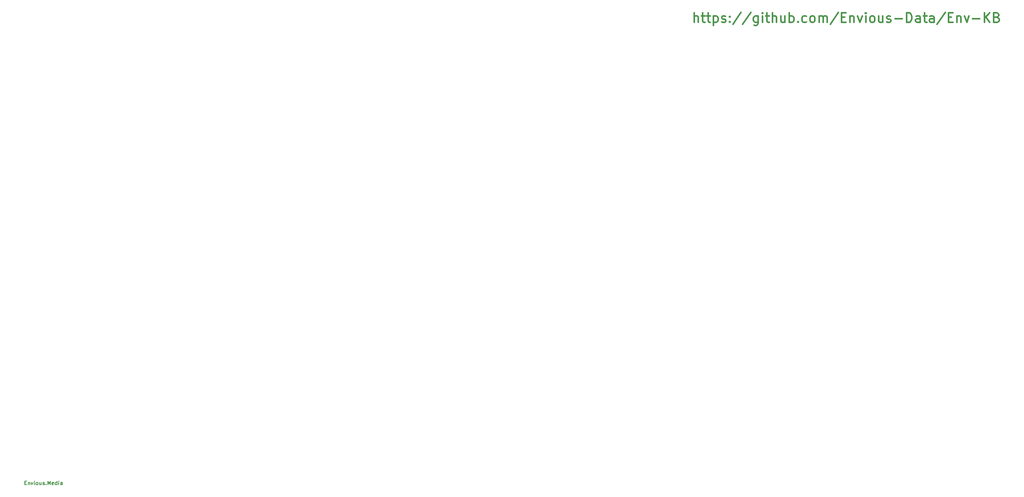
<source format=gtl>
G04 #@! TF.GenerationSoftware,KiCad,Pcbnew,(5.1.9)-1*
G04 #@! TF.CreationDate,2021-05-22T18:04:56+01:00*
G04 #@! TF.ProjectId,ENV_KB-Top,454e565f-4b42-42d5-946f-702e6b696361,Rev.1*
G04 #@! TF.SameCoordinates,Original*
G04 #@! TF.FileFunction,Copper,L1,Top*
G04 #@! TF.FilePolarity,Positive*
%FSLAX46Y46*%
G04 Gerber Fmt 4.6, Leading zero omitted, Abs format (unit mm)*
G04 Created by KiCad (PCBNEW (5.1.9)-1) date 2021-05-22 18:04:56*
%MOMM*%
%LPD*%
G01*
G04 APERTURE LIST*
G04 #@! TA.AperFunction,NonConductor*
%ADD10C,0.155000*%
G04 #@! TD*
G04 #@! TA.AperFunction,NonConductor*
%ADD11C,0.300000*%
G04 #@! TD*
G04 APERTURE END LIST*
D10*
X164284047Y-214806857D02*
X164550714Y-214806857D01*
X164665000Y-215225904D02*
X164284047Y-215225904D01*
X164284047Y-214425904D01*
X164665000Y-214425904D01*
X165007857Y-214692571D02*
X165007857Y-215225904D01*
X165007857Y-214768761D02*
X165045952Y-214730666D01*
X165122142Y-214692571D01*
X165236428Y-214692571D01*
X165312619Y-214730666D01*
X165350714Y-214806857D01*
X165350714Y-215225904D01*
X165655476Y-214692571D02*
X165845952Y-215225904D01*
X166036428Y-214692571D01*
X166341190Y-215225904D02*
X166341190Y-214692571D01*
X166341190Y-214425904D02*
X166303095Y-214464000D01*
X166341190Y-214502095D01*
X166379285Y-214464000D01*
X166341190Y-214425904D01*
X166341190Y-214502095D01*
X166836428Y-215225904D02*
X166760238Y-215187809D01*
X166722142Y-215149714D01*
X166684047Y-215073523D01*
X166684047Y-214844952D01*
X166722142Y-214768761D01*
X166760238Y-214730666D01*
X166836428Y-214692571D01*
X166950714Y-214692571D01*
X167026904Y-214730666D01*
X167065000Y-214768761D01*
X167103095Y-214844952D01*
X167103095Y-215073523D01*
X167065000Y-215149714D01*
X167026904Y-215187809D01*
X166950714Y-215225904D01*
X166836428Y-215225904D01*
X167788809Y-214692571D02*
X167788809Y-215225904D01*
X167445952Y-214692571D02*
X167445952Y-215111619D01*
X167484047Y-215187809D01*
X167560238Y-215225904D01*
X167674523Y-215225904D01*
X167750714Y-215187809D01*
X167788809Y-215149714D01*
X168131666Y-215187809D02*
X168207857Y-215225904D01*
X168360238Y-215225904D01*
X168436428Y-215187809D01*
X168474523Y-215111619D01*
X168474523Y-215073523D01*
X168436428Y-214997333D01*
X168360238Y-214959238D01*
X168245952Y-214959238D01*
X168169761Y-214921142D01*
X168131666Y-214844952D01*
X168131666Y-214806857D01*
X168169761Y-214730666D01*
X168245952Y-214692571D01*
X168360238Y-214692571D01*
X168436428Y-214730666D01*
X168817380Y-215149714D02*
X168855476Y-215187809D01*
X168817380Y-215225904D01*
X168779285Y-215187809D01*
X168817380Y-215149714D01*
X168817380Y-215225904D01*
X169198333Y-215225904D02*
X169198333Y-214425904D01*
X169465000Y-214997333D01*
X169731666Y-214425904D01*
X169731666Y-215225904D01*
X170417380Y-215187809D02*
X170341190Y-215225904D01*
X170188809Y-215225904D01*
X170112619Y-215187809D01*
X170074523Y-215111619D01*
X170074523Y-214806857D01*
X170112619Y-214730666D01*
X170188809Y-214692571D01*
X170341190Y-214692571D01*
X170417380Y-214730666D01*
X170455476Y-214806857D01*
X170455476Y-214883047D01*
X170074523Y-214959238D01*
X171141190Y-215225904D02*
X171141190Y-214425904D01*
X171141190Y-215187809D02*
X171065000Y-215225904D01*
X170912619Y-215225904D01*
X170836428Y-215187809D01*
X170798333Y-215149714D01*
X170760238Y-215073523D01*
X170760238Y-214844952D01*
X170798333Y-214768761D01*
X170836428Y-214730666D01*
X170912619Y-214692571D01*
X171065000Y-214692571D01*
X171141190Y-214730666D01*
X171522142Y-215225904D02*
X171522142Y-214692571D01*
X171522142Y-214425904D02*
X171484047Y-214464000D01*
X171522142Y-214502095D01*
X171560238Y-214464000D01*
X171522142Y-214425904D01*
X171522142Y-214502095D01*
X172245952Y-215225904D02*
X172245952Y-214806857D01*
X172207857Y-214730666D01*
X172131666Y-214692571D01*
X171979285Y-214692571D01*
X171903095Y-214730666D01*
X172245952Y-215187809D02*
X172169761Y-215225904D01*
X171979285Y-215225904D01*
X171903095Y-215187809D01*
X171865000Y-215111619D01*
X171865000Y-215035428D01*
X171903095Y-214959238D01*
X171979285Y-214921142D01*
X172169761Y-214921142D01*
X172245952Y-214883047D01*
D11*
X306260952Y-116964761D02*
X306260952Y-114964761D01*
X307118095Y-116964761D02*
X307118095Y-115917142D01*
X307022857Y-115726666D01*
X306832380Y-115631428D01*
X306546666Y-115631428D01*
X306356190Y-115726666D01*
X306260952Y-115821904D01*
X307784761Y-115631428D02*
X308546666Y-115631428D01*
X308070476Y-114964761D02*
X308070476Y-116679047D01*
X308165714Y-116869523D01*
X308356190Y-116964761D01*
X308546666Y-116964761D01*
X308927619Y-115631428D02*
X309689523Y-115631428D01*
X309213333Y-114964761D02*
X309213333Y-116679047D01*
X309308571Y-116869523D01*
X309499047Y-116964761D01*
X309689523Y-116964761D01*
X310356190Y-115631428D02*
X310356190Y-117631428D01*
X310356190Y-115726666D02*
X310546666Y-115631428D01*
X310927619Y-115631428D01*
X311118095Y-115726666D01*
X311213333Y-115821904D01*
X311308571Y-116012380D01*
X311308571Y-116583809D01*
X311213333Y-116774285D01*
X311118095Y-116869523D01*
X310927619Y-116964761D01*
X310546666Y-116964761D01*
X310356190Y-116869523D01*
X312070476Y-116869523D02*
X312260952Y-116964761D01*
X312641904Y-116964761D01*
X312832380Y-116869523D01*
X312927619Y-116679047D01*
X312927619Y-116583809D01*
X312832380Y-116393333D01*
X312641904Y-116298095D01*
X312356190Y-116298095D01*
X312165714Y-116202857D01*
X312070476Y-116012380D01*
X312070476Y-115917142D01*
X312165714Y-115726666D01*
X312356190Y-115631428D01*
X312641904Y-115631428D01*
X312832380Y-115726666D01*
X313784761Y-116774285D02*
X313880000Y-116869523D01*
X313784761Y-116964761D01*
X313689523Y-116869523D01*
X313784761Y-116774285D01*
X313784761Y-116964761D01*
X313784761Y-115726666D02*
X313880000Y-115821904D01*
X313784761Y-115917142D01*
X313689523Y-115821904D01*
X313784761Y-115726666D01*
X313784761Y-115917142D01*
X316165714Y-114869523D02*
X314451428Y-117440952D01*
X318260952Y-114869523D02*
X316546666Y-117440952D01*
X319784761Y-115631428D02*
X319784761Y-117250476D01*
X319689523Y-117440952D01*
X319594285Y-117536190D01*
X319403809Y-117631428D01*
X319118095Y-117631428D01*
X318927619Y-117536190D01*
X319784761Y-116869523D02*
X319594285Y-116964761D01*
X319213333Y-116964761D01*
X319022857Y-116869523D01*
X318927619Y-116774285D01*
X318832380Y-116583809D01*
X318832380Y-116012380D01*
X318927619Y-115821904D01*
X319022857Y-115726666D01*
X319213333Y-115631428D01*
X319594285Y-115631428D01*
X319784761Y-115726666D01*
X320737142Y-116964761D02*
X320737142Y-115631428D01*
X320737142Y-114964761D02*
X320641904Y-115060000D01*
X320737142Y-115155238D01*
X320832380Y-115060000D01*
X320737142Y-114964761D01*
X320737142Y-115155238D01*
X321403809Y-115631428D02*
X322165714Y-115631428D01*
X321689523Y-114964761D02*
X321689523Y-116679047D01*
X321784761Y-116869523D01*
X321975238Y-116964761D01*
X322165714Y-116964761D01*
X322832380Y-116964761D02*
X322832380Y-114964761D01*
X323689523Y-116964761D02*
X323689523Y-115917142D01*
X323594285Y-115726666D01*
X323403809Y-115631428D01*
X323118095Y-115631428D01*
X322927619Y-115726666D01*
X322832380Y-115821904D01*
X325499047Y-115631428D02*
X325499047Y-116964761D01*
X324641904Y-115631428D02*
X324641904Y-116679047D01*
X324737142Y-116869523D01*
X324927619Y-116964761D01*
X325213333Y-116964761D01*
X325403809Y-116869523D01*
X325499047Y-116774285D01*
X326451428Y-116964761D02*
X326451428Y-114964761D01*
X326451428Y-115726666D02*
X326641904Y-115631428D01*
X327022857Y-115631428D01*
X327213333Y-115726666D01*
X327308571Y-115821904D01*
X327403809Y-116012380D01*
X327403809Y-116583809D01*
X327308571Y-116774285D01*
X327213333Y-116869523D01*
X327022857Y-116964761D01*
X326641904Y-116964761D01*
X326451428Y-116869523D01*
X328260952Y-116774285D02*
X328356190Y-116869523D01*
X328260952Y-116964761D01*
X328165714Y-116869523D01*
X328260952Y-116774285D01*
X328260952Y-116964761D01*
X330070476Y-116869523D02*
X329880000Y-116964761D01*
X329499047Y-116964761D01*
X329308571Y-116869523D01*
X329213333Y-116774285D01*
X329118095Y-116583809D01*
X329118095Y-116012380D01*
X329213333Y-115821904D01*
X329308571Y-115726666D01*
X329499047Y-115631428D01*
X329880000Y-115631428D01*
X330070476Y-115726666D01*
X331213333Y-116964761D02*
X331022857Y-116869523D01*
X330927619Y-116774285D01*
X330832380Y-116583809D01*
X330832380Y-116012380D01*
X330927619Y-115821904D01*
X331022857Y-115726666D01*
X331213333Y-115631428D01*
X331499047Y-115631428D01*
X331689523Y-115726666D01*
X331784761Y-115821904D01*
X331880000Y-116012380D01*
X331880000Y-116583809D01*
X331784761Y-116774285D01*
X331689523Y-116869523D01*
X331499047Y-116964761D01*
X331213333Y-116964761D01*
X332737142Y-116964761D02*
X332737142Y-115631428D01*
X332737142Y-115821904D02*
X332832380Y-115726666D01*
X333022857Y-115631428D01*
X333308571Y-115631428D01*
X333499047Y-115726666D01*
X333594285Y-115917142D01*
X333594285Y-116964761D01*
X333594285Y-115917142D02*
X333689523Y-115726666D01*
X333880000Y-115631428D01*
X334165714Y-115631428D01*
X334356190Y-115726666D01*
X334451428Y-115917142D01*
X334451428Y-116964761D01*
X336832380Y-114869523D02*
X335118095Y-117440952D01*
X337499047Y-115917142D02*
X338165714Y-115917142D01*
X338451428Y-116964761D02*
X337499047Y-116964761D01*
X337499047Y-114964761D01*
X338451428Y-114964761D01*
X339308571Y-115631428D02*
X339308571Y-116964761D01*
X339308571Y-115821904D02*
X339403809Y-115726666D01*
X339594285Y-115631428D01*
X339880000Y-115631428D01*
X340070476Y-115726666D01*
X340165714Y-115917142D01*
X340165714Y-116964761D01*
X340927619Y-115631428D02*
X341403809Y-116964761D01*
X341880000Y-115631428D01*
X342641904Y-116964761D02*
X342641904Y-115631428D01*
X342641904Y-114964761D02*
X342546666Y-115060000D01*
X342641904Y-115155238D01*
X342737142Y-115060000D01*
X342641904Y-114964761D01*
X342641904Y-115155238D01*
X343880000Y-116964761D02*
X343689523Y-116869523D01*
X343594285Y-116774285D01*
X343499047Y-116583809D01*
X343499047Y-116012380D01*
X343594285Y-115821904D01*
X343689523Y-115726666D01*
X343880000Y-115631428D01*
X344165714Y-115631428D01*
X344356190Y-115726666D01*
X344451428Y-115821904D01*
X344546666Y-116012380D01*
X344546666Y-116583809D01*
X344451428Y-116774285D01*
X344356190Y-116869523D01*
X344165714Y-116964761D01*
X343880000Y-116964761D01*
X346260952Y-115631428D02*
X346260952Y-116964761D01*
X345403809Y-115631428D02*
X345403809Y-116679047D01*
X345499047Y-116869523D01*
X345689523Y-116964761D01*
X345975238Y-116964761D01*
X346165714Y-116869523D01*
X346260952Y-116774285D01*
X347118095Y-116869523D02*
X347308571Y-116964761D01*
X347689523Y-116964761D01*
X347880000Y-116869523D01*
X347975238Y-116679047D01*
X347975238Y-116583809D01*
X347880000Y-116393333D01*
X347689523Y-116298095D01*
X347403809Y-116298095D01*
X347213333Y-116202857D01*
X347118095Y-116012380D01*
X347118095Y-115917142D01*
X347213333Y-115726666D01*
X347403809Y-115631428D01*
X347689523Y-115631428D01*
X347880000Y-115726666D01*
X348832380Y-116202857D02*
X350356190Y-116202857D01*
X351308571Y-116964761D02*
X351308571Y-114964761D01*
X351784761Y-114964761D01*
X352070476Y-115060000D01*
X352260952Y-115250476D01*
X352356190Y-115440952D01*
X352451428Y-115821904D01*
X352451428Y-116107619D01*
X352356190Y-116488571D01*
X352260952Y-116679047D01*
X352070476Y-116869523D01*
X351784761Y-116964761D01*
X351308571Y-116964761D01*
X354165714Y-116964761D02*
X354165714Y-115917142D01*
X354070476Y-115726666D01*
X353880000Y-115631428D01*
X353499047Y-115631428D01*
X353308571Y-115726666D01*
X354165714Y-116869523D02*
X353975238Y-116964761D01*
X353499047Y-116964761D01*
X353308571Y-116869523D01*
X353213333Y-116679047D01*
X353213333Y-116488571D01*
X353308571Y-116298095D01*
X353499047Y-116202857D01*
X353975238Y-116202857D01*
X354165714Y-116107619D01*
X354832380Y-115631428D02*
X355594285Y-115631428D01*
X355118095Y-114964761D02*
X355118095Y-116679047D01*
X355213333Y-116869523D01*
X355403809Y-116964761D01*
X355594285Y-116964761D01*
X357118095Y-116964761D02*
X357118095Y-115917142D01*
X357022857Y-115726666D01*
X356832380Y-115631428D01*
X356451428Y-115631428D01*
X356260952Y-115726666D01*
X357118095Y-116869523D02*
X356927619Y-116964761D01*
X356451428Y-116964761D01*
X356260952Y-116869523D01*
X356165714Y-116679047D01*
X356165714Y-116488571D01*
X356260952Y-116298095D01*
X356451428Y-116202857D01*
X356927619Y-116202857D01*
X357118095Y-116107619D01*
X359499047Y-114869523D02*
X357784761Y-117440952D01*
X360165714Y-115917142D02*
X360832380Y-115917142D01*
X361118095Y-116964761D02*
X360165714Y-116964761D01*
X360165714Y-114964761D01*
X361118095Y-114964761D01*
X361975238Y-115631428D02*
X361975238Y-116964761D01*
X361975238Y-115821904D02*
X362070476Y-115726666D01*
X362260952Y-115631428D01*
X362546666Y-115631428D01*
X362737142Y-115726666D01*
X362832380Y-115917142D01*
X362832380Y-116964761D01*
X363594285Y-115631428D02*
X364070476Y-116964761D01*
X364546666Y-115631428D01*
X365308571Y-116202857D02*
X366832380Y-116202857D01*
X367784761Y-116964761D02*
X367784761Y-114964761D01*
X368927619Y-116964761D02*
X368070476Y-115821904D01*
X368927619Y-114964761D02*
X367784761Y-116107619D01*
X370451428Y-115917142D02*
X370737142Y-116012380D01*
X370832380Y-116107619D01*
X370927619Y-116298095D01*
X370927619Y-116583809D01*
X370832380Y-116774285D01*
X370737142Y-116869523D01*
X370546666Y-116964761D01*
X369784761Y-116964761D01*
X369784761Y-114964761D01*
X370451428Y-114964761D01*
X370641904Y-115060000D01*
X370737142Y-115155238D01*
X370832380Y-115345714D01*
X370832380Y-115536190D01*
X370737142Y-115726666D01*
X370641904Y-115821904D01*
X370451428Y-115917142D01*
X369784761Y-115917142D01*
M02*

</source>
